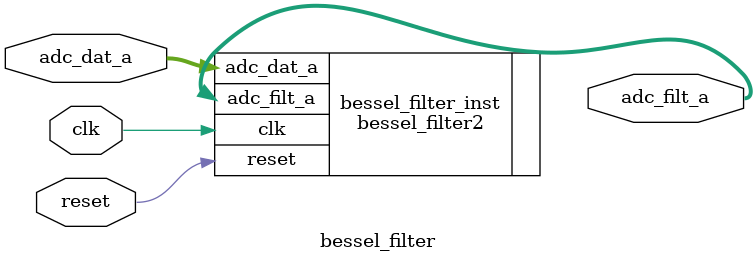
<source format=v>
`timescale 1ns / 1ps


module bessel_filter #(
    parameter ADC_WIDTH=14 , 
    parameter AXIS_TDATA_WIDTH=32, 
    parameter B=2158
)(
    input  clk,
    input  reset,
    input signed [ADC_WIDTH-1:0] adc_dat_a,
    output signed [ADC_WIDTH-1:0] adc_filt_a
    );
    
    bessel_filter2 #(
        .ADC_WIDTH(ADC_WIDTH),
        .AXIS_TDATA_WIDTH(AXIS_TDATA_WIDTH),
        .B(B)
    ) bessel_filter_inst (
        .clk(clk),
        .reset(reset),
        .adc_dat_a(adc_dat_a),
        .adc_filt_a(adc_filt_a)
        );
    
    
endmodule

</source>
